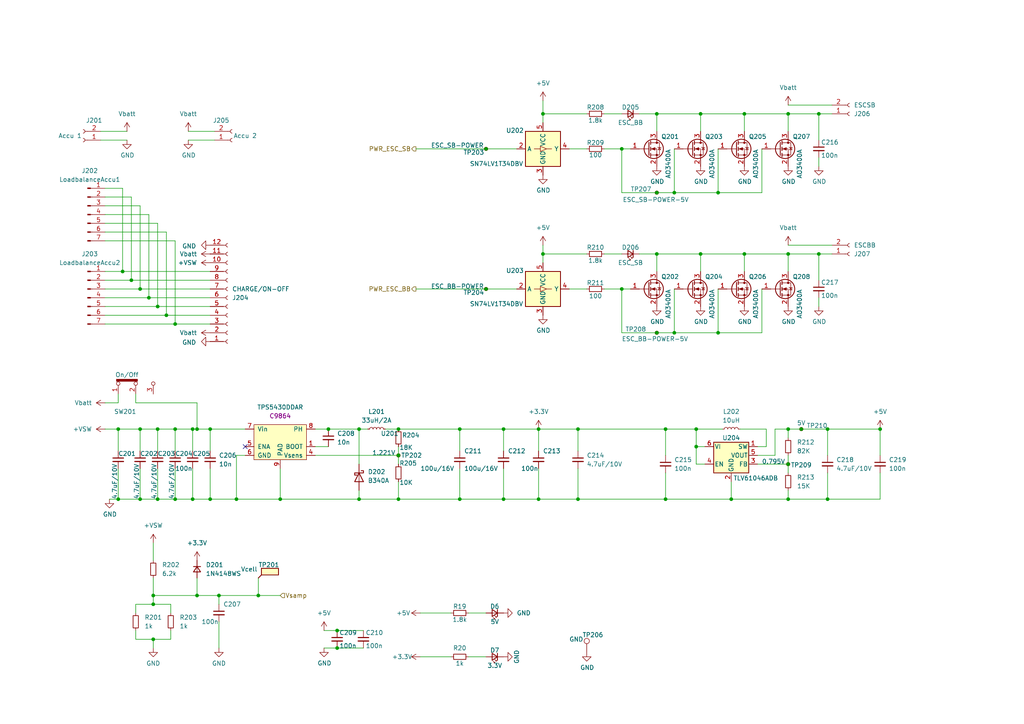
<source format=kicad_sch>
(kicad_sch (version 20231120) (generator "eeschema") (generator_version "8.0")
  (paper "A4")
  (junction (at 97.79 187.96))
  (junction (at 240.03 124.46))
  (junction (at 43.18 86.36))
  (junction (at 38.1 81.28))
  (junction (at 68.58 144.78))
  (junction (at 40.64 144.78))
  (junction (at 95.25 124.46))
  (junction (at 81.28 144.78))
  (junction (at 115.57 144.78))
  (junction (at 146.05 144.78))
  (junction (at 57.15 124.46))
  (junction (at 195.58 96.52))
  (junction (at 157.48 33.02))
  (junction (at 156.21 124.46))
  (junction (at 157.48 73.66))
  (junction (at 167.64 124.46))
  (junction (at 34.29 144.78))
  (junction (at 57.15 172.72))
  (junction (at 104.14 144.78))
  (junction (at 190.5 33.02))
  (junction (at 55.88 124.46))
  (junction (at 74.93 172.72))
  (junction (at 228.6 144.78))
  (junction (at 208.28 96.52))
  (junction (at 140.97 83.82))
  (junction (at 60.96 124.46))
  (junction (at 212.09 144.78))
  (junction (at 228.6 134.62))
  (junction (at 50.8 124.46))
  (junction (at 115.57 124.46))
  (junction (at 104.14 124.46))
  (junction (at 50.8 144.78))
  (junction (at 133.35 124.46))
  (junction (at 50.8 93.98))
  (junction (at 140.97 43.18))
  (junction (at 232.41 124.46))
  (junction (at 146.05 124.46))
  (junction (at 255.27 124.46))
  (junction (at 40.64 124.46))
  (junction (at 180.34 83.82))
  (junction (at 97.79 182.88))
  (junction (at 190.5 96.52))
  (junction (at 195.58 55.88))
  (junction (at 156.21 144.78))
  (junction (at 240.03 144.78))
  (junction (at 45.72 144.78))
  (junction (at 215.9 33.02))
  (junction (at 44.45 172.72))
  (junction (at 228.6 73.66))
  (junction (at 237.49 73.66))
  (junction (at 40.64 83.82))
  (junction (at 44.45 175.26))
  (junction (at 63.5 172.72))
  (junction (at 228.6 124.46))
  (junction (at 237.49 33.02))
  (junction (at 45.72 124.46))
  (junction (at 228.6 33.02))
  (junction (at 208.28 55.88))
  (junction (at 44.45 185.42))
  (junction (at 115.57 132.08))
  (junction (at 193.04 124.46))
  (junction (at 201.93 124.46))
  (junction (at 45.72 88.9))
  (junction (at 203.2 73.66))
  (junction (at 201.93 129.54))
  (junction (at 133.35 144.78))
  (junction (at 203.2 33.02))
  (junction (at 190.5 55.88))
  (junction (at 55.88 144.78))
  (junction (at 48.26 91.44))
  (junction (at 167.64 144.78))
  (junction (at 34.29 124.46))
  (junction (at 35.56 78.74))
  (junction (at 60.96 144.78))
  (junction (at 215.9 73.66))
  (junction (at 193.04 144.78))
  (junction (at 190.5 73.66))
  (junction (at 180.34 43.18))
  (no_connect (at 71.12 129.54))
  (wire (pts (xy 40.64 83.82) (xy 60.96 83.82)))
  (wire (pts (xy 95.25 124.46) (xy 91.44 124.46)))
  (wire (pts (xy 57.15 167.64) (xy 57.15 172.72)))
  (wire (pts (xy 140.97 43.18) (xy 149.86 43.18)))
  (wire (pts (xy 146.05 124.46) (xy 146.05 130.81)))
  (wire (pts (xy 240.03 137.16) (xy 240.03 144.78)))
  (wire (pts (xy 146.05 124.46) (xy 156.21 124.46)))
  (wire (pts (xy 44.45 185.42) (xy 44.45 187.96)))
  (wire (pts (xy 180.34 55.88) (xy 180.34 43.18)))
  (wire (pts (xy 135.89 190.5) (xy 140.97 190.5)))
  (wire (pts (xy 215.9 33.02) (xy 228.6 33.02)))
  (wire (pts (xy 115.57 144.78) (xy 115.57 139.7)))
  (wire (pts (xy 48.26 91.44) (xy 60.96 91.44)))
  (wire (pts (xy 237.49 73.66) (xy 237.49 81.28)))
  (wire (pts (xy 237.49 33.02) (xy 241.3 33.02)))
  (wire (pts (xy 57.15 124.46) (xy 60.96 124.46)))
  (wire (pts (xy 120.65 83.82) (xy 140.97 83.82)))
  (wire (pts (xy 193.04 144.78) (xy 212.09 144.78)))
  (wire (pts (xy 165.1 83.82) (xy 170.18 83.82)))
  (wire (pts (xy 63.5 172.72) (xy 63.5 175.26)))
  (wire (pts (xy 50.8 69.85) (xy 50.8 93.98)))
  (wire (pts (xy 54.61 38.1) (xy 62.23 38.1)))
  (wire (pts (xy 63.5 172.72) (xy 74.93 172.72)))
  (wire (pts (xy 157.48 29.21) (xy 157.48 33.02)))
  (wire (pts (xy 49.53 177.8) (xy 49.53 175.26)))
  (wire (pts (xy 228.6 33.02) (xy 237.49 33.02)))
  (wire (pts (xy 195.58 96.52) (xy 208.28 96.52)))
  (wire (pts (xy 180.34 43.18) (xy 182.88 43.18)))
  (wire (pts (xy 106.68 124.46) (xy 104.14 124.46)))
  (wire (pts (xy 219.71 132.08) (xy 224.79 132.08)))
  (wire (pts (xy 201.93 124.46) (xy 201.93 129.54)))
  (wire (pts (xy 115.57 132.08) (xy 115.57 134.62)))
  (wire (pts (xy 40.64 59.69) (xy 40.64 83.82)))
  (wire (pts (xy 34.29 144.78) (xy 40.64 144.78)))
  (wire (pts (xy 193.04 124.46) (xy 193.04 132.08)))
  (wire (pts (xy 55.88 124.46) (xy 55.88 130.81)))
  (wire (pts (xy 224.79 124.46) (xy 228.6 124.46)))
  (wire (pts (xy 228.6 134.62) (xy 228.6 137.16)))
  (wire (pts (xy 156.21 124.46) (xy 156.21 130.81)))
  (wire (pts (xy 60.96 144.78) (xy 68.58 144.78)))
  (wire (pts (xy 38.1 81.28) (xy 60.96 81.28)))
  (wire (pts (xy 219.71 134.62) (xy 228.6 134.62)))
  (wire (pts (xy 228.6 73.66) (xy 228.6 78.74)))
  (wire (pts (xy 57.15 172.72) (xy 63.5 172.72)))
  (wire (pts (xy 193.04 137.16) (xy 193.04 144.78)))
  (wire (pts (xy 31.75 144.78) (xy 34.29 144.78)))
  (wire (pts (xy 228.6 73.66) (xy 237.49 73.66)))
  (wire (pts (xy 228.6 134.62) (xy 228.6 132.08)))
  (wire (pts (xy 30.48 83.82) (xy 40.64 83.82)))
  (wire (pts (xy 40.64 144.78) (xy 45.72 144.78)))
  (wire (pts (xy 167.64 124.46) (xy 167.64 130.81)))
  (wire (pts (xy 68.58 132.08) (xy 68.58 144.78)))
  (wire (pts (xy 57.15 116.84) (xy 57.15 124.46)))
  (wire (pts (xy 74.93 167.64) (xy 74.93 172.72)))
  (wire (pts (xy 97.79 187.96) (xy 105.41 187.96)))
  (wire (pts (xy 157.48 73.66) (xy 170.18 73.66)))
  (wire (pts (xy 190.5 33.02) (xy 203.2 33.02)))
  (wire (pts (xy 180.34 96.52) (xy 180.34 83.82)))
  (wire (pts (xy 209.55 124.46) (xy 201.93 124.46)))
  (wire (pts (xy 49.53 175.26) (xy 44.45 175.26)))
  (wire (pts (xy 190.5 33.02) (xy 190.5 38.1)))
  (wire (pts (xy 91.44 132.08) (xy 115.57 132.08)))
  (wire (pts (xy 195.58 83.82) (xy 195.58 96.52)))
  (wire (pts (xy 208.28 55.88) (xy 220.98 55.88)))
  (wire (pts (xy 222.25 124.46) (xy 222.25 129.54)))
  (wire (pts (xy 220.98 55.88) (xy 220.98 43.18)))
  (wire (pts (xy 203.2 73.66) (xy 203.2 78.74)))
  (wire (pts (xy 228.6 124.46) (xy 232.41 124.46)))
  (wire (pts (xy 185.42 73.66) (xy 190.5 73.66)))
  (wire (pts (xy 50.8 124.46) (xy 50.8 130.81)))
  (wire (pts (xy 203.2 33.02) (xy 215.9 33.02)))
  (wire (pts (xy 175.26 43.18) (xy 180.34 43.18)))
  (wire (pts (xy 34.29 124.46) (xy 34.29 130.81)))
  (wire (pts (xy 255.27 144.78) (xy 240.03 144.78)))
  (wire (pts (xy 55.88 124.46) (xy 57.15 124.46)))
  (wire (pts (xy 44.45 172.72) (xy 57.15 172.72)))
  (wire (pts (xy 54.61 40.64) (xy 62.23 40.64)))
  (wire (pts (xy 146.05 135.89) (xy 146.05 144.78)))
  (wire (pts (xy 29.21 38.1) (xy 36.83 38.1)))
  (wire (pts (xy 120.65 43.18) (xy 140.97 43.18)))
  (wire (pts (xy 30.48 57.15) (xy 38.1 57.15)))
  (wire (pts (xy 30.48 67.31) (xy 48.26 67.31)))
  (wire (pts (xy 34.29 135.89) (xy 34.29 144.78)))
  (wire (pts (xy 135.89 177.8) (xy 140.97 177.8)))
  (wire (pts (xy 34.29 124.46) (xy 40.64 124.46)))
  (wire (pts (xy 215.9 73.66) (xy 215.9 78.74)))
  (wire (pts (xy 146.05 144.78) (xy 156.21 144.78)))
  (wire (pts (xy 60.96 124.46) (xy 60.96 130.81)))
  (wire (pts (xy 167.64 124.46) (xy 193.04 124.46)))
  (wire (pts (xy 55.88 144.78) (xy 60.96 144.78)))
  (wire (pts (xy 44.45 157.48) (xy 44.45 162.56)))
  (wire (pts (xy 30.48 86.36) (xy 43.18 86.36)))
  (wire (pts (xy 232.41 124.46) (xy 240.03 124.46)))
  (wire (pts (xy 165.1 43.18) (xy 170.18 43.18)))
  (wire (pts (xy 201.93 129.54) (xy 201.93 134.62)))
  (wire (pts (xy 81.28 144.78) (xy 104.14 144.78)))
  (wire (pts (xy 195.58 96.52) (xy 190.5 96.52)))
  (wire (pts (xy 38.1 81.28) (xy 38.1 57.15)))
  (wire (pts (xy 105.41 182.88) (xy 97.79 182.88)))
  (wire (pts (xy 97.79 182.88) (xy 93.98 182.88)))
  (wire (pts (xy 71.12 132.08) (xy 68.58 132.08)))
  (wire (pts (xy 93.98 187.96) (xy 97.79 187.96)))
  (wire (pts (xy 157.48 71.12) (xy 157.48 73.66)))
  (wire (pts (xy 111.76 124.46) (xy 115.57 124.46)))
  (wire (pts (xy 228.6 71.12) (xy 241.3 71.12)))
  (wire (pts (xy 44.45 172.72) (xy 44.45 175.26)))
  (wire (pts (xy 240.03 144.78) (xy 228.6 144.78)))
  (wire (pts (xy 44.45 175.26) (xy 39.37 175.26)))
  (wire (pts (xy 55.88 135.89) (xy 55.88 144.78)))
  (wire (pts (xy 255.27 137.16) (xy 255.27 144.78)))
  (wire (pts (xy 60.96 124.46) (xy 71.12 124.46)))
  (wire (pts (xy 48.26 91.44) (xy 48.26 67.31)))
  (wire (pts (xy 195.58 55.88) (xy 190.5 55.88)))
  (wire (pts (xy 30.48 64.77) (xy 45.72 64.77)))
  (wire (pts (xy 44.45 167.64) (xy 44.45 172.72)))
  (wire (pts (xy 175.26 33.02) (xy 180.34 33.02)))
  (wire (pts (xy 115.57 129.54) (xy 115.57 132.08)))
  (wire (pts (xy 237.49 33.02) (xy 237.49 40.64)))
  (wire (pts (xy 208.28 83.82) (xy 208.28 96.52)))
  (wire (pts (xy 190.5 73.66) (xy 203.2 73.66)))
  (wire (pts (xy 167.64 144.78) (xy 193.04 144.78)))
  (wire (pts (xy 44.45 185.42) (xy 49.53 185.42)))
  (wire (pts (xy 220.98 96.52) (xy 220.98 83.82)))
  (wire (pts (xy 222.25 129.54) (xy 219.71 129.54)))
  (wire (pts (xy 39.37 182.88) (xy 39.37 185.42)))
  (wire (pts (xy 157.48 73.66) (xy 157.48 76.2)))
  (wire (pts (xy 45.72 124.46) (xy 45.72 130.81)))
  (wire (pts (xy 30.48 116.84) (xy 34.29 116.84)))
  (wire (pts (xy 193.04 124.46) (xy 201.93 124.46)))
  (wire (pts (xy 30.48 124.46) (xy 34.29 124.46)))
  (wire (pts (xy 30.48 88.9) (xy 45.72 88.9)))
  (wire (pts (xy 214.63 124.46) (xy 222.25 124.46)))
  (wire (pts (xy 121.92 177.8) (xy 130.81 177.8)))
  (wire (pts (xy 185.42 33.02) (xy 190.5 33.02)))
  (wire (pts (xy 237.49 45.72) (xy 237.49 48.26)))
  (wire (pts (xy 63.5 180.34) (xy 63.5 187.96)))
  (wire (pts (xy 50.8 124.46) (xy 55.88 124.46)))
  (wire (pts (xy 228.6 30.48) (xy 241.3 30.48)))
  (wire (pts (xy 39.37 116.84) (xy 57.15 116.84)))
  (wire (pts (xy 45.72 88.9) (xy 60.96 88.9)))
  (wire (pts (xy 157.48 33.02) (xy 157.48 35.56)))
  (wire (pts (xy 190.5 73.66) (xy 190.5 78.74)))
  (wire (pts (xy 35.56 78.74) (xy 60.96 78.74)))
  (wire (pts (xy 36.83 40.64) (xy 29.21 40.64)))
  (wire (pts (xy 39.37 175.26) (xy 39.37 177.8)))
  (wire (pts (xy 180.34 83.82) (xy 182.88 83.82)))
  (wire (pts (xy 175.26 83.82) (xy 180.34 83.82)))
  (wire (pts (xy 50.8 93.98) (xy 60.96 93.98)))
  (wire (pts (xy 215.9 33.02) (xy 215.9 38.1)))
  (wire (pts (xy 68.58 144.78) (xy 81.28 144.78)))
  (wire (pts (xy 30.48 69.85) (xy 50.8 69.85)))
  (wire (pts (xy 30.48 93.98) (xy 50.8 93.98)))
  (wire (pts (xy 228.6 144.78) (xy 212.09 144.78)))
  (wire (pts (xy 35.56 78.74) (xy 30.48 78.74)))
  (wire (pts (xy 156.21 144.78) (xy 156.21 135.89)))
  (wire (pts (xy 175.26 73.66) (xy 180.34 73.66)))
  (wire (pts (xy 157.48 33.02) (xy 170.18 33.02)))
  (wire (pts (xy 104.14 144.78) (xy 115.57 144.78)))
  (wire (pts (xy 34.29 114.3) (xy 34.29 116.84)))
  (wire (pts (xy 121.92 190.5) (xy 130.81 190.5)))
  (wire (pts (xy 115.57 144.78) (xy 133.35 144.78)))
  (wire (pts (xy 30.48 59.69) (xy 40.64 59.69)))
  (wire (pts (xy 50.8 135.89) (xy 50.8 144.78)))
  (wire (pts (xy 44.45 185.42) (xy 39.37 185.42)))
  (wire (pts (xy 91.44 129.54) (xy 95.25 129.54)))
  (wire (pts (xy 30.48 54.61) (xy 35.56 54.61)))
  (wire (pts (xy 45.72 124.46) (xy 50.8 124.46)))
  (wire (pts (xy 224.79 132.08) (xy 224.79 124.46)))
  (wire (pts (xy 133.35 144.78) (xy 146.05 144.78)))
  (wire (pts (xy 74.93 172.72) (xy 81.28 172.72)))
  (wire (pts (xy 60.96 135.89) (xy 60.96 144.78)))
  (wire (pts (xy 40.64 135.89) (xy 40.64 144.78)))
  (wire (pts (xy 40.64 124.46) (xy 40.64 130.81)))
  (wire (pts (xy 190.5 96.52) (xy 180.34 96.52)))
  (wire (pts (xy 255.27 124.46) (xy 240.03 124.46)))
  (wire (pts (xy 30.48 91.44) (xy 48.26 91.44)))
  (wire (pts (xy 228.6 142.24) (xy 228.6 144.78)))
  (wire (pts (xy 45.72 144.78) (xy 50.8 144.78)))
  (wire (pts (xy 81.28 135.89) (xy 81.28 144.78)))
  (wire (pts (xy 212.09 144.78) (xy 212.09 139.7)))
  (wire (pts (xy 43.18 62.23) (xy 43.18 86.36)))
  (wire (pts (xy 237.49 73.66) (xy 241.3 73.66)))
  (wire (pts (xy 255.27 124.46) (xy 255.27 132.08)))
  (wire (pts (xy 104.14 134.62) (xy 104.14 124.46)))
  (wire (pts (xy 50.8 144.78) (xy 55.88 144.78)))
  (wire (pts (xy 203.2 73.66) (xy 215.9 73.66)))
  (wire (pts (xy 195.58 43.18) (xy 195.58 55.88)))
  (wire (pts (xy 30.48 81.28) (xy 38.1 81.28)))
  (wire (pts (xy 237.49 86.36) (xy 237.49 88.9)))
  (wire (pts (xy 133.35 135.89) (xy 133.35 144.78)))
  (wire (pts (xy 215.9 73.66) (xy 228.6 73.66)))
  (wire (pts (xy 195.58 55.88) (xy 208.28 55.88)))
  (wire (pts (xy 208.28 43.18) (xy 208.28 55.88)))
  (wire (pts (xy 30.48 62.23) (xy 43.18 62.23)))
  (wire (pts (xy 115.57 124.46) (xy 133.35 124.46)))
  (wire (pts (xy 201.93 129.54) (xy 204.47 129.54)))
  (wire (pts (xy 228.6 124.46) (xy 228.6 127)))
  (wire (pts (xy 104.14 142.24) (xy 104.14 144.78)))
  (wire (pts (xy 140.97 83.82) (xy 149.86 83.82)))
  (wire (pts (xy 45.72 64.77) (xy 45.72 88.9)))
  (wire (pts (xy 228.6 33.02) (xy 228.6 38.1)))
  (wire (pts (xy 39.37 114.3) (xy 39.37 116.84)))
  (wire (pts (xy 156.21 144.78) (xy 167.64 144.78)))
  (wire (pts (xy 45.72 135.89) (xy 45.72 144.78)))
  (wire (pts (xy 167.64 135.89) (xy 167.64 144.78)))
  (wire (pts (xy 40.64 124.46) (xy 45.72 124.46)))
  (wire (pts (xy 104.14 124.46) (xy 95.25 124.46)))
  (wire (pts (xy 203.2 33.02) (xy 203.2 38.1)))
  (wire (pts (xy 156.21 124.46) (xy 167.64 124.46)))
  (wire (pts (xy 133.35 124.46) (xy 146.05 124.46)))
  (wire (pts (xy 208.28 96.52) (xy 220.98 96.52)))
  (wire (pts (xy 190.5 55.88) (xy 180.34 55.88)))
  (wire (pts (xy 35.56 54.61) (xy 35.56 78.74)))
  (wire (pts (xy 204.47 134.62) (xy 201.93 134.62)))
  (wire (pts (xy 240.03 132.08) (xy 240.03 124.46)))
  (wire (pts (xy 49.53 182.88) (xy 49.53 185.42)))
  (wire (pts (xy 43.18 86.36) (xy 60.96 86.36)))
  (wire (pts (xy 133.35 124.46) (xy 133.35 130.81)))
  (hierarchical_label "PWR_ESC_SB" (shape output) (at 120.65 43.18 180))
  (hierarchical_label "PWR_ESC_BB" (shape output) (at 120.65 83.82 180))
  (hierarchical_label "Vsamp" (shape input) (at 81.28 172.72 0))
  (symbol (lib_id "Connector:TestPoint_Small") (at 190.5 96.52 0) (unit 1) (in_bom no)
    (property "Reference" "TP208" (at 181.356 95.504 0) (effects (justify left)))
    (property "Value" "ESC_BB-POWER-5V" (at 180.34 98.298 0) (effects (justify left)))
    (property "Footprint" "A_Pads_Pins:Testpad_1" (effects (hide yes)))
    (property "Description" "test point" (effects (hide yes)))
  )
  (symbol (lib_id "power:+5V") (at 157.48 29.21 0) (mirror y) (unit 1)
    (property "Reference" "#PWR0222" (effects (hide yes)))
    (property "Value" "+5V" (at 157.48 24.13 0))
  )
  (symbol (lib_id "Device:C_Small") (at 50.8 133.35 0) (unit 1)
    (property "Reference" "C204" (at 50.8 131.572 0) (effects (justify left)))
    (property "Value" "4.7uF/10V" (at 49.784 144.78 90) (effects (justify left)))
    (property "Footprint" "A_Device:C_1206_(1.6)" (effects (hide yes)))
    (property "Description" "Unpolarized capacitor, small symbol" (effects (hide yes)))
    (property "LCSC" "C29823" (effects (hide yes)))
  )
  (symbol (lib_id "power:GND") (at 237.49 48.26 0) (unit 1)
    (property "Reference" "#PWR0238" (effects (hide yes)))
    (property "Value" "GND" (at 237.617 52.6542 0))
  )
  (symbol (lib_id "Device:C_Small") (at 156.21 133.35 0) (unit 1)
    (property "Reference" "C213" (at 157.48 130.81 0) (effects (justify left)))
    (property "Value" "100n" (at 151.13 135.89 0) (effects (justify left)))
    (property "Footprint" "A_Device:C_0603" (effects (hide yes)))
    (property "LCSC" "C14663" (effects (hide yes)))
  )
  (symbol (lib_id "Connector:Conn_01x02_Socket") (at 246.38 73.66 0) (mirror x) (unit 1)
    (property "Reference" "J207" (at 247.65 73.6601 0) (effects (justify left)))
    (property "Value" "ESCBB" (at 247.65 71.1201 0) (effects (justify left)))
    (property "Footprint" "A_Connector:AMASS_XT60-F_1x02_P7.20mm_Vertical" (effects (hide yes)))
    (property "Description" "Generic connector, single row, 01x02, script generated" (effects (hide yes)))
    (property "LCSC" "C98734" (effects (hide yes)))
  )
  (symbol (lib_id "Logic_LevelTranslator:SN74LV1T34DBV") (at 157.48 83.82 0) (unit 1)
    (property "Reference" "U203" (at 149.352 78.486 0))
    (property "Value" "SN74LV1T34DBV" (at 144.018 88.138 0))
    (property "Footprint" "Package_TO_SOT_SMD:SOT-23-5" (effects (hide yes)))
    (property "Datasheet" "https://www.ti.com/lit/ds/symlink/sn74lv1t34.pdf" (effects (hide yes)))
    (property "Description" "Single Power Supply, Single Buffer GATE, CMOS Logic, Level Shifter, SOT-23-5" (effects (hide yes)))
    (property "LCSC" "C100024" (effects (hide yes)))
  )
  (symbol (lib_id "Device:R_Small") (at 115.57 137.16 0) (unit 1)
    (property "Reference" "R205" (at 115.824 134.366 0) (effects (justify left)))
    (property "Value" "10K" (at 115.824 139.954 0) (effects (justify left)))
    (property "Footprint" "A_Device:R_0603" (effects (hide yes)))
    (property "Description" "Resistor, small symbol" (effects (hide yes)))
    (property "LCSC" "C25804" (effects (hide yes)))
  )
  (symbol (lib_id "Transistor_FET:2N7002") (at 187.96 43.18 0) (unit 1)
    (property "Reference" "Q201" (at 191.77 39.624 0) (effects (justify left)))
    (property "Value" "AO3400A" (at 193.802 51.816 90) (effects (justify left)))
    (property "Footprint" "Package_TO_SOT_SMD:SOT-23" (effects (hide yes)))
    (property "Datasheet" "https://wmsc.lcsc.com/wmsc/upload/file/pdf/v2/lcsc/1811081213_Alpha---Omega-Semicon-AO3400A_C20917.pdf" (effects (hide yes)))
    (property "Description" "5.7A Id, 30V Vds, N-Channel MOSFET, SOT-23" (effects (hide yes)))
    (property "LCSC" "C20917" (effects (hide yes)))
  )
  (symbol (lib_id "Device:D_Schottky") (at 104.14 138.43 270) (unit 1)
    (property "Reference" "D202" (at 106.68 136.8424 90) (effects (justify left)))
    (property "Value" "B340A" (at 106.68 139.3824 90) (effects (justify left)))
    (property "Footprint" "Diode_SMD:D_SMA" (effects (hide yes)))
    (property "Description" "Schottky diode" (effects (hide yes)))
    (property "LCSC" "C85098" (effects (hide yes)))
  )
  (symbol (lib_id "Transistor_FET:2N7002") (at 226.06 83.82 0) (unit 1)
    (property "Reference" "Q208" (at 229.87 80.264 0) (effects (justify left)))
    (property "Value" "AO3400A" (at 231.902 92.456 90) (effects (justify left)))
    (property "Footprint" "Package_TO_SOT_SMD:SOT-23" (effects (hide yes)))
    (property "Datasheet" "https://wmsc.lcsc.com/wmsc/upload/file/pdf/v2/lcsc/1811081213_Alpha---Omega-Semicon-AO3400A_C20917.pdf" (effects (hide yes)))
    (property "Description" "5.7A Id, 30V Vds, N-Channel MOSFET, SOT-23" (effects (hide yes)))
    (property "LCSC" "C20917" (effects (hide yes)))
  )
  (symbol (lib_id "power:GND") (at 60.96 99.06 270) (unit 1)
    (property "Reference" "#PWR0209" (effects (hide yes)))
    (property "Value" "GND" (at 54.864 99.314 90))
  )
  (symbol (lib_id "Device:C_Small") (at 133.35 133.35 0) (unit 1)
    (property "Reference" "C211" (at 134.62 130.81 0) (effects (justify left)))
    (property "Value" "100u/16V" (at 121.92 135.89 0) (effects (justify left)))
    (property "Footprint" "Capacitor_SMD:C_1210_3225Metric" (effects (hide yes)))
    (property "LCSC" "C90143" (effects (hide yes)))
  )
  (symbol (lib_id "power:+3.3V") (at 121.92 190.5 90) (unit 1)
    (property "Reference" "#PWR020" (effects (hide yes)))
    (property "Value" "+3.3V" (at 113.665 190.5 90) (effects (justify right)))
    (instances (project "NIKOLA-02-E-001_PCAScannerController_R1" (path "" (reference "#PWR020") (unit 1))) (project "Robuoy-Sub" (path "" (reference "#PWR0218") (unit 1))))
  )
  (symbol (lib_id "Device:C_Small") (at 167.64 133.35 0) (unit 1)
    (property "Reference" "C214" (at 170.18 132.0862 0) (effects (justify left)))
    (property "Value" "4.7uF/10V" (at 170.18 134.6262 0) (effects (justify left)))
    (property "Footprint" "A_Device:C_1206_(1.6)" (effects (hide yes)))
    (property "Description" "Unpolarized capacitor, small symbol" (effects (hide yes)))
    (property "LCSC" "C29823" (effects (hide yes)))
  )
  (symbol (lib_id "power:GND") (at 228.6 88.9 0) (unit 1)
    (property "Reference" "#PWR0237" (effects (hide yes)))
    (property "Value" "GND" (at 228.727 93.2942 0))
  )
  (symbol (lib_id "Device:C_Small") (at 237.49 43.18 0) (unit 1)
    (property "Reference" "C216" (at 238.125 41.275 0) (effects (justify left)))
    (property "Value" "100n" (at 238.125 45.085 0) (effects (justify left)))
    (property "Footprint" "A_Device:C_0603" (effects (hide yes)))
    (property "LCSC" "C14663" (effects (hide yes)))
  )
  (symbol (lib_id "power:GND") (at 237.49 88.9 0) (unit 1)
    (property "Reference" "#PWR0239" (effects (hide yes)))
    (property "Value" "GND" (at 237.617 93.2942 0))
  )
  (symbol (lib_id "Connector:TestPoint_Small") (at 190.5 55.88 0) (unit 1) (in_bom no)
    (property "Reference" "TP207" (at 182.88 54.864 0) (effects (justify left)))
    (property "Value" "ESC_SB-POWER-5V" (at 180.594 57.912 0) (effects (justify left)))
    (property "Footprint" "A_Pads_Pins:Testpad_1" (effects (hide yes)))
    (property "Description" "test point" (effects (hide yes)))
  )
  (symbol (lib_id "Device:LED_Small") (at 182.88 73.66 180) (unit 1)
    (property "Reference" "D206" (at 182.88 71.755 0))
    (property "Value" "ESC_SB" (at 182.88 76.2 0))
    (property "Footprint" "A_Passive:LED_0805" (effects (hide yes)))
    (property "Datasheet" "https://datasheet.lcsc.com/szlcsc/Hubei-KENTO-Elec-KT-0603R_C2286.pdf" (effects (hide yes)))
    (property "LCSC" "C2297" (effects (hide yes)))
  )
  (symbol (lib_id "power:GND") (at 63.5 187.96 0) (unit 1)
    (property "Reference" "#PWR0214" (effects (hide yes)))
    (property "Value" "GND" (at 63.5 192.405 0))
  )
  (symbol (lib_id "Connector:TestPoint_Small") (at 140.97 43.18 0) (unit 1) (in_bom no)
    (property "Reference" "TP203" (at 134.366 44.196 0) (effects (justify left)))
    (property "Value" "ESC_SB-POWER" (at 124.968 42.164 0) (effects (justify left)))
    (property "Footprint" "A_Pads_Pins:Testpad_1" (effects (hide yes)))
    (property "Description" "test point" (effects (hide yes)))
  )
  (symbol (lib_id "power:+VSW") (at 60.96 76.2 90) (unit 1)
    (property "Reference" "#PWR0208" (effects (hide yes)))
    (property "Value" "+VSW" (at 57.15 76.1999 90) (effects (justify left)))
    (property "Description" "Power symbol creates a global label with name \"+VSW\"" (effects (hide yes)))
  )
  (symbol (lib_id "power:GND") (at 203.2 48.26 0) (unit 1)
    (property "Reference" "#PWR0230" (effects (hide yes)))
    (property "Value" "GND" (at 203.327 52.6542 0))
  )
  (symbol (lib_id "power:+VSW") (at 30.48 124.46 90) (unit 1)
    (property "Reference" "#PWR0202" (effects (hide yes)))
    (property "Value" "+VSW" (at 26.67 124.4599 90) (effects (justify left)))
    (property "Description" "Power symbol creates a global label with name \"+VSW\"" (effects (hide yes)))
  )
  (symbol (lib_id "power:GND") (at 228.6 48.26 0) (unit 1)
    (property "Reference" "#PWR0235" (effects (hide yes)))
    (property "Value" "GND" (at 228.727 52.6542 0))
  )
  (symbol (lib_id "Device:C_Small") (at 105.41 185.42 0) (unit 1)
    (property "Reference" "C210" (at 106.045 183.515 0) (effects (justify left)))
    (property "Value" "100n" (at 106.045 187.325 0) (effects (justify left)))
    (property "Footprint" "A_Device:C_0603" (effects (hide yes)))
    (property "LCSC" "C14663" (effects (hide yes)))
  )
  (symbol (lib_id "power:GND") (at 93.98 187.96 0) (unit 1)
    (property "Reference" "#PWR0216" (effects (hide yes)))
    (property "Value" "GND" (at 94.107 192.3542 0))
  )
  (symbol (lib_id "Connector:Conn_01x02_Socket") (at 67.31 40.64 0) (mirror x) (unit 1)
    (property "Reference" "J205" (at 64.135 34.925 0))
    (property "Value" "Accu 2" (at 71.12 39.37 0))
    (property "Footprint" "A_Connector:AMASS_XT60-M_1x02_P7.20mm_Vertical" (effects (hide yes)))
    (property "Datasheet" "chrome-extension://efaidnbmnnnibpcajpcglclefindmkaj/https://datasheet.lcsc.com/lcsc/1810251322_Changzhou-Amass-Elec-XT60-F_C98734.pdf" (effects (hide yes)))
    (property "LCSC" "C98733" (effects (hide yes)))
    (property "Type" " XT60" (effects (hide yes)))
  )
  (symbol (lib_id "Device:R_Small") (at 49.53 180.34 0) (unit 1)
    (property "Reference" "R203" (at 52.07 179.07 0) (effects (justify left)))
    (property "Value" "1k" (at 52.07 181.61 0) (effects (justify left)))
    (property "Footprint" "A_Device:R_0603" (effects (hide yes)))
    (property "LCSC" "C21190" (effects (hide yes)))
  )
  (symbol (lib_id "Device:R_Small") (at 115.57 127 0) (unit 1)
    (property "Reference" "R204" (at 116.586 126.238 0) (effects (justify left)))
    (property "Value" "18K" (at 115.824 129.794 0) (effects (justify left)))
    (property "Footprint" "A_Device:R_0603" (effects (hide yes)))
    (property "Description" "Resistor, small symbol" (effects (hide yes)))
    (property "LCSC" "C25810" (effects (hide yes)))
  )
  (symbol (lib_id "power:GND") (at 190.5 88.9 0) (unit 1)
    (property "Reference" "#PWR0229" (effects (hide yes)))
    (property "Value" "GND" (at 190.627 93.2942 0))
  )
  (symbol (lib_name "+5V_1") (lib_id "power:+5V") (at 255.27 124.46 0) (unit 1)
    (property "Reference" "#PWR0240" (effects (hide yes)))
    (property "Value" "+5V" (at 255.27 119.38 0))
    (property "Description" "Power symbol creates a global label with name \"+5V\"" (effects (hide yes)))
  )
  (symbol (lib_id "NicE:TPS5430DDAR") (at 81.28 128.27 0) (unit 1)
    (property "Reference" "U201" (at 113.03 125.73 0))
    (property "Value" "TPS5430DDAR" (at 81.28 118.11 0))
    (property "Footprint" "Package_SO:HTSOP-8-1EP_3.9x4.9mm_P1.27mm_EP2.4x3.2mm_ThermalVias" (effects (hide yes)))
    (property "Datasheet" "https://datasheet.lcsc.com/szlcsc/Texas-Instruments-TI-TPS5430DDAR_C9864.pdf" (effects (hide yes)))
    (property "Description" "Wide range step down converter 5.5V tot 36V" (effects (hide yes)))
    (property "LCSC" "C9864" (at 81.28 120.65 0))
  )
  (symbol (lib_id "power:GND") (at 36.83 40.64 0) (unit 1)
    (property "Reference" "#PWR0205" (effects (hide yes)))
    (property "Value" "GND" (at 36.957 45.0342 0))
  )
  (symbol (lib_id "power:GND") (at 146.05 190.5 90) (unit 1)
    (property "Reference" "#PWR024" (effects (hide yes)))
    (property "Value" "GND" (at 149.86 190.5 0))
    (instances (project "NIKOLA-02-E-001_PCAScannerController_R1" (path "" (reference "#PWR024") (unit 1))) (project "Robuoy-Sub" (path "" (reference "#PWR0220") (unit 1))))
  )
  (symbol (lib_id "Device:R_Small") (at 172.72 43.18 270) (unit 1)
    (property "Reference" "R209" (at 172.72 41.402 90))
    (property "Value" "100" (at 172.72 44.958 90))
    (property "Footprint" "A_Device:R_0603" (effects (hide yes)))
    (property "Description" "Resistor, small symbol" (effects (hide yes)))
    (property "LCSC" "C22775" (effects (hide yes)))
  )
  (symbol (lib_id "Connector:Conn_01x07_Pin") (at 25.4 86.36 0) (unit 1)
    (property "Reference" "J203" (at 26.035 73.66 0))
    (property "Value" "LoadbalanceAccu2" (at 26.035 76.2 0))
    (property "Footprint" "Connector_JST:JST_XH_B7B-XH-A_1x07_P2.50mm_Vertical" (effects (hide yes)))
    (property "Description" "Generic connector, single row, 01x07, script generated" (effects (hide yes)))
    (property "LCSC" "C5341206" (effects (hide yes)))
  )
  (symbol (lib_name "+3.3V_1") (lib_id "power:+3.3V") (at 228.6 71.12 0) (unit 1)
    (property "Reference" "#PWR0236" (effects (hide yes)))
    (property "Value" "Vbatt" (at 228.6 66.04 0))
    (property "Description" "Power symbol creates a global label with name \"+3.3V\"" (effects (hide yes)))
  )
  (symbol (lib_id "power:GND") (at 31.75 144.78 0) (unit 1)
    (property "Reference" "#PWR0203" (effects (hide yes)))
    (property "Value" "GND" (at 31.877 149.1742 0))
  )
  (symbol (lib_id "Regulator_Switching:TLV61046ADB") (at 212.09 134.62 0) (unit 1)
    (property "Reference" "U204" (at 212.09 127 0))
    (property "Value" "TLV61046ADB" (at 219.202 138.684 0))
    (property "Footprint" "Package_TO_SOT_SMD:SOT-23-6" (effects (hide yes)))
    (property "Datasheet" "http://www.ti.com/lit/ds/symlink/tlv61046a.pdf" (effects (hide yes)))
    (property "Description" "28-V Output Voltage Boost Converter with Power Diode and Isolation Switch, SOT-23-6" (effects (hide yes)))
    (property "LCSC" "C464815" (effects (hide yes)))
  )
  (symbol (lib_id "Device:C_Small") (at 237.49 83.82 0) (unit 1)
    (property "Reference" "C217" (at 238.125 81.915 0) (effects (justify left)))
    (property "Value" "100n" (at 238.125 85.725 0) (effects (justify left)))
    (property "Footprint" "A_Device:C_0603" (effects (hide yes)))
    (property "LCSC" "C14663" (effects (hide yes)))
  )
  (symbol (lib_id "NicE:SW_slide_SP") (at 39.37 111.76 90) (unit 1)
    (property "Reference" "SW201" (at 36.322 119.38 90))
    (property "Value" "On/Off" (at 36.83 108.712 90))
    (property "Footprint" "A_Connector:SS-12D10L5" (effects (hide yes)))
    (property "LCSC" "C319012" (effects (hide yes)))
  )
  (symbol (lib_name "+3.3V_1") (lib_id "power:+3.3V") (at 36.83 38.1 0) (unit 1)
    (property "Reference" "#PWR0204" (effects (hide yes)))
    (property "Value" "Vbatt" (at 36.83 33.02 0))
    (property "Description" "Power symbol creates a global label with name \"+3.3V\"" (effects (hide yes)))
  )
  (symbol (lib_id "Device:C_Small") (at 60.96 133.35 0) (unit 1)
    (property "Reference" "C206" (at 63.5 132.0862 0) (effects (justify left)))
    (property "Value" "10n" (at 63.5 134.6262 0) (effects (justify left)))
    (property "Footprint" "A_Device:C_0603" (effects (hide yes)))
    (property "Description" "Unpolarized capacitor, small symbol" (effects (hide yes)))
    (property "LCSC" "C57112" (effects (hide yes)))
  )
  (symbol (lib_id "Device:LED_Small") (at 143.51 177.8 180) (unit 1)
    (property "Reference" "D6" (at 143.51 175.895 0))
    (property "Value" "5V" (at 143.51 180.34 0))
    (property "Footprint" "A_Passive:LED_0805" (effects (hide yes)))
    (property "Datasheet" "https://datasheet.lcsc.com/szlcsc/Hubei-KENTO-Elec-KT-0603R_C2286.pdf" (effects (hide yes)))
    (property "LCSC" "C2297" (effects (hide yes)))
    (instances (project "NIKOLA-02-E-001_PCAScannerController_R1" (path "" (reference "D6") (unit 1))) (project "Robuoy-Sub" (path "" (reference "D203") (unit 1))))
  )
  (symbol (lib_id "power:+5V") (at 93.98 182.88 0) (mirror y) (unit 1)
    (property "Reference" "#PWR0215" (effects (hide yes)))
    (property "Value" "+5V" (at 93.98 177.8 0))
  )
  (symbol (lib_id "Device:R_Small") (at 44.45 165.1 0) (unit 1)
    (property "Reference" "R202" (at 46.99 163.83 0) (effects (justify left)))
    (property "Value" "6.2k" (at 46.99 166.37 0) (effects (justify left)))
    (property "Footprint" "A_Device:R_0603" (effects (hide yes)))
    (property "LCSC" "C25804" (effects (hide yes)))
  )
  (symbol (lib_id "Device:R_Small") (at 172.72 33.02 90) (unit 1)
    (property "Reference" "R208" (at 172.72 31.115 90))
    (property "Value" "1.8k" (at 172.72 34.925 90))
    (property "Footprint" "A_Device:R_0603" (effects (hide yes)))
    (property "LCSC" "C4177" (effects (hide yes)))
  )
  (symbol (lib_name "+3.3V_1") (lib_id "power:+3.3V") (at 54.61 38.1 0) (unit 1)
    (property "Reference" "#PWR0211" (effects (hide yes)))
    (property "Value" "Vbatt" (at 54.61 33.02 0))
    (property "Description" "Power symbol creates a global label with name \"+3.3V\"" (effects (hide yes)))
  )
  (symbol (lib_id "power:GND") (at 190.5 48.26 0) (unit 1)
    (property "Reference" "#PWR0228" (effects (hide yes)))
    (property "Value" "GND" (at 190.627 52.6542 0))
  )
  (symbol (lib_id "Device:C_Small") (at 146.05 133.35 0) (unit 1)
    (property "Reference" "C212" (at 147.32 130.81 0) (effects (justify left)))
    (property "Value" "100u/16V" (at 134.62 135.89 0) (effects (justify left)))
    (property "Footprint" "Capacitor_SMD:C_1210_3225Metric" (effects (hide yes)))
    (property "LCSC" "C90143" (effects (hide yes)))
  )
  (symbol (lib_name "+3.3V_1") (lib_id "power:+3.3V") (at 156.21 124.46 0) (unit 1)
    (property "Reference" "#PWR0221" (effects (hide yes)))
    (property "Value" "+3.3V" (at 156.21 119.38 0))
    (property "Description" "Power symbol creates a global label with name \"+3.3V\"" (effects (hide yes)))
  )
  (symbol (lib_id "Device:LED_Small") (at 182.88 33.02 180) (unit 1)
    (property "Reference" "D205" (at 182.88 31.115 0))
    (property "Value" "ESC_BB" (at 182.88 35.56 0))
    (property "Footprint" "A_Passive:LED_0805" (effects (hide yes)))
    (property "Datasheet" "https://datasheet.lcsc.com/szlcsc/Hubei-KENTO-Elec-KT-0603R_C2286.pdf" (effects (hide yes)))
    (property "LCSC" "C2297" (effects (hide yes)))
  )
  (symbol (lib_id "Device:R_Small") (at 39.37 180.34 0) (unit 1)
    (property "Reference" "R201" (at 41.91 179.07 0) (effects (justify left)))
    (property "Value" "1k" (at 41.91 181.61 0) (effects (justify left)))
    (property "Footprint" "A_Device:R_0603" (effects (hide yes)))
    (property "LCSC" "C21190" (effects (hide yes)))
  )
  (symbol (lib_id "power:GND") (at 215.9 88.9 0) (unit 1)
    (property "Reference" "#PWR0233" (effects (hide yes)))
    (property "Value" "GND" (at 216.027 93.2942 0))
  )
  (symbol (lib_id "Device:R_Small") (at 133.35 190.5 270) (unit 1)
    (property "Reference" "R20" (at 133.35 187.96 90))
    (property "Value" "1k" (at 133.35 192.405 90))
    (property "Footprint" "A_Device:R_0603" (effects (hide yes)))
    (property "LCSC" "C21190" (effects (hide yes)))
    (instances (project "NIKOLA-02-E-001_PCAScannerController_R1" (path "" (reference "R20") (unit 1))) (project "Robuoy-Sub" (path "" (reference "R207") (unit 1))))
  )
  (symbol (lib_id "Transistor_FET:2N7002") (at 200.66 43.18 0) (unit 1)
    (property "Reference" "Q203" (at 204.47 39.624 0) (effects (justify left)))
    (property "Value" "AO3400A" (at 206.502 51.816 90) (effects (justify left)))
    (property "Footprint" "Package_TO_SOT_SMD:SOT-23" (effects (hide yes)))
    (property "Datasheet" "https://wmsc.lcsc.com/wmsc/upload/file/pdf/v2/lcsc/1811081213_Alpha---Omega-Semicon-AO3400A_C20917.pdf" (effects (hide yes)))
    (property "Description" "5.7A Id, 30V Vds, N-Channel MOSFET, SOT-23" (effects (hide yes)))
    (property "LCSC" "C20917" (effects (hide yes)))
  )
  (symbol (lib_id "power:GND") (at 170.18 189.23 0) (unit 1)
    (property "Reference" "#PWR07" (effects (hide yes)))
    (property "Value" "GND" (at 170.307 193.6242 0))
    (instances (project "Smartbox4.0_V1.3" (path "" (reference "#PWR07") (unit 1))) (project "Robuoy-Sub" (path "" (reference "#PWR0227") (unit 1))))
  )
  (symbol (lib_id "Device:C_Small") (at 193.04 134.62 0) (unit 1)
    (property "Reference" "C215" (at 195.58 133.3562 0) (effects (justify left)))
    (property "Value" "100n" (at 195.58 135.8962 0) (effects (justify left)))
    (property "Footprint" "A_Device:C_0603" (effects (hide yes)))
    (property "Description" "Unpolarized capacitor, small symbol" (effects (hide yes)))
    (property "LCSC" "C14663" (effects (hide yes)))
  )
  (symbol (lib_id "Transistor_FET:2N7002") (at 213.36 43.18 0) (unit 1)
    (property "Reference" "Q205" (at 217.17 39.624 0) (effects (justify left)))
    (property "Value" "AO3400A" (at 219.202 51.816 90) (effects (justify left)))
    (property "Footprint" "Package_TO_SOT_SMD:SOT-23" (effects (hide yes)))
    (property "Datasheet" "https://wmsc.lcsc.com/wmsc/upload/file/pdf/v2/lcsc/1811081213_Alpha---Omega-Semicon-AO3400A_C20917.pdf" (effects (hide yes)))
    (property "Description" "5.7A Id, 30V Vds, N-Channel MOSFET, SOT-23" (effects (hide yes)))
    (property "LCSC" "C20917" (effects (hide yes)))
  )
  (symbol (lib_id "Transistor_FET:2N7002") (at 200.66 83.82 0) (unit 1)
    (property "Reference" "Q204" (at 204.47 80.264 0) (effects (justify left)))
    (property "Value" "AO3400A" (at 206.502 92.456 90) (effects (justify left)))
    (property "Footprint" "Package_TO_SOT_SMD:SOT-23" (effects (hide yes)))
    (property "Datasheet" "https://wmsc.lcsc.com/wmsc/upload/file/pdf/v2/lcsc/1811081213_Alpha---Omega-Semicon-AO3400A_C20917.pdf" (effects (hide yes)))
    (property "Description" "5.7A Id, 30V Vds, N-Channel MOSFET, SOT-23" (effects (hide yes)))
    (property "LCSC" "C20917" (effects (hide yes)))
  )
  (symbol (lib_id "power:+VSW") (at 44.45 157.48 0) (unit 1)
    (property "Reference" "#PWR0206" (effects (hide yes)))
    (property "Value" "+VSW" (at 44.45 152.4 0))
    (property "Description" "Power symbol creates a global label with name \"+VSW\"" (effects (hide yes)))
  )
  (symbol (lib_id "Device:R_Small") (at 133.35 177.8 90) (unit 1)
    (property "Reference" "R19" (at 133.35 175.895 90))
    (property "Value" "1.8k" (at 133.35 179.705 90))
    (property "Footprint" "A_Device:R_0603" (effects (hide yes)))
    (instances (project "NIKOLA-02-E-001_PCAScannerController_R1" (path "" (reference "R19") (unit 1))) (project "Robuoy-Sub" (path "" (reference "R206") (unit 1))))
  )
  (symbol (lib_id "power:+3.3V") (at 57.15 162.56 0) (unit 1)
    (property "Reference" "#PWR0213" (effects (hide yes)))
    (property "Value" "+3.3V" (at 57.15 157.48 0))
  )
  (symbol (lib_id "Device:R_Small") (at 228.6 129.54 0) (unit 1)
    (property "Reference" "R212" (at 231.14 128.2699 0) (effects (justify left)))
    (property "Value" "82K" (at 231.14 130.8099 0) (effects (justify left)))
    (property "Footprint" "A_Device:R_0603" (effects (hide yes)))
    (property "Description" "Resistor, small symbol" (effects (hide yes)))
    (property "LCSC" "C23254" (effects (hide yes)))
  )
  (symbol (lib_name "+3.3V_1") (lib_id "power:+3.3V") (at 30.48 116.84 90) (unit 1)
    (property "Reference" "#PWR0201" (effects (hide yes)))
    (property "Value" "Vbatt" (at 26.67 116.8399 90) (effects (justify left)))
    (property "Description" "Power symbol creates a global label with name \"+3.3V\"" (effects (hide yes)))
  )
  (symbol (lib_id "Connector:TestPoint_Flag") (at 74.93 167.64 0) (unit 1) (in_bom no)
    (property "Reference" "TP201" (at 74.93 163.83 0) (effects (justify left)))
    (property "Value" "Vcell" (at 69.85 165.1 0) (effects (justify left)))
    (property "Footprint" "A_Pads_Pins:Testpad_1" (effects (hide yes)))
  )
  (symbol (lib_id "power:GND") (at 157.48 91.44 0) (unit 1)
    (property "Reference" "#PWR0225" (effects (hide yes)))
    (property "Value" "GND" (at 157.607 95.8342 0))
  )
  (symbol (lib_id "Logic_LevelTranslator:SN74LV1T34DBV") (at 157.48 43.18 0) (unit 1)
    (property "Reference" "U202" (at 149.352 37.846 0))
    (property "Value" "SN74LV1T34DBV" (at 144.018 47.498 0))
    (property "Footprint" "Package_TO_SOT_SMD:SOT-23-5" (effects (hide yes)))
    (property "Datasheet" "https://www.ti.com/lit/ds/symlink/sn74lv1t34.pdf" (effects (hide yes)))
    (property "Description" "Single Power Supply, Single Buffer GATE, CMOS Logic, Level Shifter, SOT-23-5" (effects (hide yes)))
    (property "LCSC" "C100024" (effects (hide yes)))
  )
  (symbol (lib_id "power:GND") (at 215.9 48.26 0) (unit 1)
    (property "Reference" "#PWR0232" (effects (hide yes)))
    (property "Value" "GND" (at 216.027 52.6542 0))
  )
  (symbol (lib_id "Device:C_Small") (at 45.72 133.35 0) (unit 1)
    (property "Reference" "C203" (at 45.72 131.572 0) (effects (justify left)))
    (property "Value" "4.7uF/10V" (at 44.704 144.78 90) (effects (justify left)))
    (property "Footprint" "A_Device:C_1206_(1.6)" (effects (hide yes)))
    (property "Description" "Unpolarized capacitor, small symbol" (effects (hide yes)))
    (property "LCSC" "C29823" (effects (hide yes)))
  )
  (symbol (lib_id "Device:C_Small") (at 63.5 177.8 0) (unit 1)
    (property "Reference" "C207" (at 64.77 175.26 0) (effects (justify left)))
    (property "Value" "100n" (at 58.42 180.34 0) (effects (justify left)))
    (property "Footprint" "A_Device:C_0603" (effects (hide yes)))
    (property "LCSC" "C14663" (effects (hide yes)))
  )
  (symbol (lib_id "Device:LED_Small") (at 143.51 190.5 180) (unit 1)
    (property "Reference" "D7" (at 143.51 188.595 0))
    (property "Value" "3.3V" (at 143.51 193.04 0))
    (property "Footprint" "A_Passive:LED_0805" (effects (hide yes)))
    (property "Datasheet" "https://datasheet.lcsc.com/szlcsc/Hubei-KENTO-Elec-KT-0603R_C2286.pdf" (effects (hide yes)))
    (property "LCSC" "C2297" (effects (hide yes)))
    (instances (project "NIKOLA-02-E-001_PCAScannerController_R1" (path "" (reference "D7") (unit 1))) (project "Robuoy-Sub" (path "" (reference "D204") (unit 1))))
  )
  (symbol (lib_id "Connector:TestPoint_Small") (at 232.41 124.46 0) (unit 1) (in_bom no)
    (property "Reference" "TP210" (at 233.934 123.444 0) (effects (justify left)))
    (property "Value" "5V" (at 231.14 122.682 0) (effects (justify left)))
    (property "Footprint" "A_Pads_Pins:Testpad_1" (effects (hide yes)))
    (property "Description" "test point" (effects (hide yes)))
  )
  (symbol (lib_id "Connector:Conn_01x02_Socket") (at 246.38 33.02 0) (mirror x) (unit 1)
    (property "Reference" "J206" (at 247.65 33.0201 0) (effects (justify left)))
    (property "Value" "ESCSB" (at 247.65 30.4801 0) (effects (justify left)))
    (property "Footprint" "A_Connector:AMASS_XT60-F_1x02_P7.20mm_Vertical" (effects (hide yes)))
    (property "Description" "Generic connector, single row, 01x02, script generated" (effects (hide yes)))
    (property "LCSC" "C98734" (effects (hide yes)))
  )
  (symbol (lib_id "Connector:TestPoint_Small") (at 115.57 132.08 0) (unit 1) (in_bom no)
    (property "Reference" "TP202" (at 116.332 132.08 0) (effects (justify left)))
    (property "Value" "1.221V" (at 107.95 131.318 0) (effects (justify left)))
    (property "Footprint" "A_Pads_Pins:Testpad_1" (effects (hide yes)))
    (property "Description" "test point" (effects (hide yes)))
  )
  (symbol (lib_name "+3.3V_1") (lib_id "power:+3.3V") (at 228.6 30.48 0) (unit 1)
    (property "Reference" "#PWR0234" (effects (hide yes)))
    (property "Value" "Vbatt" (at 228.6 25.4 0))
    (property "Description" "Power symbol creates a global label with name \"+3.3V\"" (effects (hide yes)))
  )
  (symbol (lib_id "power:GND") (at 157.48 50.8 0) (unit 1)
    (property "Reference" "#PWR0223" (effects (hide yes)))
    (property "Value" "GND" (at 157.607 55.1942 0))
  )
  (symbol (lib_id "Device:C_Small") (at 97.79 185.42 0) (unit 1)
    (property "Reference" "C209" (at 98.425 183.515 0) (effects (justify left)))
    (property "Value" "100n" (at 98.425 187.325 0) (effects (justify left)))
    (property "Footprint" "A_Device:C_0603" (effects (hide yes)))
    (property "LCSC" "C14663" (effects (hide yes)))
  )
  (symbol (lib_id "Device:C_Small") (at 240.03 134.62 0) (unit 1)
    (property "Reference" "C218" (at 242.57 133.3562 0) (effects (justify left)))
    (property "Value" "4.7uF/10V" (at 242.57 135.8962 0) (effects (justify left)))
    (property "Footprint" "A_Device:C_1206_(1.6)" (effects (hide yes)))
    (property "Description" "Unpolarized capacitor, small symbol" (effects (hide yes)))
    (property "LCSC" "C29823" (effects (hide yes)))
  )
  (symbol (lib_id "Device:R_Small") (at 228.6 139.7 0) (unit 1)
    (property "Reference" "R213" (at 231.14 138.4299 0) (effects (justify left)))
    (property "Value" "15K" (at 231.14 140.9699 0) (effects (justify left)))
    (property "Footprint" "A_Device:R_0603" (effects (hide yes)))
    (property "Description" "Resistor, small symbol" (effects (hide yes)))
    (property "LCSC" "C22809" (effects (hide yes)))
  )
  (symbol (lib_id "power:GND") (at 44.45 187.96 0) (unit 1)
    (property "Reference" "#PWR0207" (effects (hide yes)))
    (property "Value" "GND" (at 44.45 192.405 0))
  )
  (symbol (lib_id "Device:C_Small") (at 255.27 134.62 0) (unit 1)
    (property "Reference" "C219" (at 257.81 133.3562 0) (effects (justify left)))
    (property "Value" "100n" (at 257.81 135.8962 0) (effects (justify left)))
    (property "Footprint" "A_Device:C_0603" (effects (hide yes)))
    (property "Description" "Unpolarized capacitor, small symbol" (effects (hide yes)))
    (property "LCSC" "C14663" (effects (hide yes)))
  )
  (symbol (lib_id "Connector:Conn_01x02_Socket") (at 24.13 40.64 180) (unit 1)
    (property "Reference" "J201" (at 27.305 34.925 0))
    (property "Value" "Accu 1" (at 20.32 39.37 0))
    (property "Footprint" "A_Connector:AMASS_XT60-M_1x02_P7.20mm_Vertical" (effects (hide yes)))
    (property "Datasheet" "chrome-extension://efaidnbmnnnibpcajpcglclefindmkaj/https://datasheet.lcsc.com/lcsc/1810251322_Changzhou-Amass-Elec-XT60-F_C98734.pdf" (effects (hide yes)))
    (property "LCSC" "C98733" (effects (hide yes)))
    (property "Type" " XT60" (effects (hide yes)))
  )
  (symbol (lib_id "power:GND") (at 54.61 40.64 0) (unit 1)
    (property "Reference" "#PWR0212" (effects (hide yes)))
    (property "Value" "GND" (at 54.737 45.0342 0))
  )
  (symbol (lib_id "power:GND") (at 146.05 177.8 90) (unit 1)
    (property "Reference" "#PWR023" (effects (hide yes)))
    (property "Value" "GND" (at 149.86 177.7999 90) (effects (justify right)))
    (instances (project "NIKOLA-02-E-001_PCAScannerController_R1" (path "" (reference "#PWR023") (unit 1))) (project "Robuoy-Sub" (path "" (reference "#PWR0219") (unit 1))))
  )
  (symbol (lib_id "Device:C_Small") (at 95.25 127 0) (unit 1)
    (property "Reference" "C208" (at 97.79 125.7362 0) (effects (justify left)))
    (property "Value" "10n" (at 97.79 128.2762 0) (effects (justify left)))
    (property "Footprint" "A_Device:C_0603" (effects (hide yes)))
    (property "Description" "Unpolarized capacitor, small symbol" (effects (hide yes)))
    (property "LCSC" "C57112" (effects (hide yes)))
  )
  (symbol (lib_name "+3.3V_1") (lib_id "power:+3.3V") (at 60.96 96.52 90) (unit 1)
    (property "Reference" "#PWR0210" (effects (hide yes)))
    (property "Value" "Vbatt" (at 57.15 96.5199 90) (effects (justify left)))
    (property "Description" "Power symbol creates a global label with name \"+3.3V\"" (effects (hide yes)))
  )
  (symbol (lib_id "Device:C_Small") (at 55.88 133.35 0) (unit 1)
    (property "Reference" "C205" (at 55.88 131.572 0) (effects (justify left)))
    (property "Value" "100n" (at 50.8 135.89 0) (effects (justify left)))
    (property "Footprint" "A_Device:C_0603" (effects (hide yes)))
    (property "LCSC" "C14663" (effects (hide yes)))
  )
  (symbol (lib_id "Connector:Conn_01x07_Pin") (at 25.4 62.23 0) (unit 1)
    (property "Reference" "J202" (at 26.035 49.53 0))
    (property "Value" "LoadbalanceAccu1" (at 26.035 52.07 0))
    (property "Footprint" "Connector_JST:JST_XH_B7B-XH-A_1x07_P2.50mm_Vertical" (effects (hide yes)))
    (property "Description" "Generic connector, single row, 01x07, script generated" (effects (hide yes)))
    (property "LCSC" "C5341206" (effects (hide yes)))
  )
  (symbol (lib_id "Connector:TestPoint_Small") (at 228.6 134.62 0) (unit 1) (in_bom no)
    (property "Reference" "TP209" (at 229.362 134.874 0) (effects (justify left)))
    (property "Value" "0.795V" (at 220.98 133.858 0) (effects (justify left)))
    (property "Footprint" "A_Pads_Pins:Testpad_1" (effects (hide yes)))
    (property "Description" "test point" (effects (hide yes)))
  )
  (symbol (lib_id "Transistor_FET:2N7002") (at 213.36 83.82 0) (unit 1)
    (property "Reference" "Q206" (at 217.17 80.264 0) (effects (justify left)))
    (property "Value" "AO3400A" (at 219.202 92.456 90) (effects (justify left)))
    (property "Footprint" "Package_TO_SOT_SMD:SOT-23" (effects (hide yes)))
    (property "Datasheet" "https://wmsc.lcsc.com/wmsc/upload/file/pdf/v2/lcsc/1811081213_Alpha---Omega-Semicon-AO3400A_C20917.pdf" (effects (hide yes)))
    (property "Description" "5.7A Id, 30V Vds, N-Channel MOSFET, SOT-23" (effects (hide yes)))
    (property "LCSC" "C20917" (effects (hide yes)))
  )
  (symbol (lib_id "Connector:TestPoint_Small") (at 140.97 83.82 0) (unit 1) (in_bom no)
    (property "Reference" "TP204" (at 134.366 84.836 0) (effects (justify left)))
    (property "Value" "ESC_BB-POWER" (at 124.968 83.058 0) (effects (justify left)))
    (property "Footprint" "A_Pads_Pins:Testpad_1" (effects (hide yes)))
    (property "Description" "test point" (effects (hide yes)))
  )
  (symbol (lib_id "power:+5V") (at 121.92 177.8 90) (unit 1)
    (property "Reference" "#PWR019" (effects (hide yes)))
    (property "Value" "+5V" (at 114.935 177.8 90) (effects (justify right)))
    (instances (project "NIKOLA-02-E-001_PCAScannerController_R1" (path "" (reference "#PWR019") (unit 1))) (project "Robuoy-Sub" (path "" (reference "#PWR0217") (unit 1))))
  )
  (symbol (lib_id "Transistor_FET:2N7002") (at 187.96 83.82 0) (unit 1)
    (property "Reference" "Q202" (at 191.77 80.264 0) (effects (justify left)))
    (property "Value" "AO3400A" (at 193.802 92.456 90) (effects (justify left)))
    (property "Footprint" "Package_TO_SOT_SMD:SOT-23" (effects (hide yes)))
    (property "Datasheet" "https://wmsc.lcsc.com/wmsc/upload/file/pdf/v2/lcsc/1811081213_Alpha---Omega-Semicon-AO3400A_C20917.pdf" (effects (hide yes)))
    (property "Description" "5.7A Id, 30V Vds, N-Channel MOSFET, SOT-23" (effects (hide yes)))
    (property "LCSC" "C20917" (effects (hide yes)))
  )
  (symbol (lib_id "Device:C_Small") (at 40.64 133.35 0) (unit 1)
    (property "Reference" "C202" (at 40.64 131.572 0) (effects (justify left)))
    (property "Value" "4.7uF/10V" (at 39.624 144.78 90) (effects (justify left)))
    (property "Footprint" "A_Device:C_1206_(1.6)" (effects (hide yes)))
    (property "Description" "Unpolarized capacitor, small symbol" (effects (hide yes)))
    (property "LCSC" "C29823" (effects (hide yes)))
  )
  (symbol (lib_id "Device:C_Small") (at 34.29 133.35 0) (unit 1)
    (property "Reference" "C201" (at 34.29 131.572 0) (effects (justify left)))
    (property "Value" "4.7uF/10V" (at 33.274 144.78 90) (effects (justify left)))
    (property "Footprint" "A_Device:C_1206_(1.6)" (effects (hide yes)))
    (property "Description" "Unpolarized capacitor, small symbol" (effects (hide yes)))
    (property "LCSC" "C29823" (effects (hide yes)))
  )
  (symbol (lib_id "Transistor_FET:2N7002") (at 226.06 43.18 0) (unit 1)
    (property "Reference" "Q207" (at 229.87 39.624 0) (effects (justify left)))
    (property "Value" "AO3400A" (at 231.902 51.816 90) (effects (justify left)))
    (property "Footprint" "Package_TO_SOT_SMD:SOT-23" (effects (hide yes)))
    (property "Datasheet" "https://wmsc.lcsc.com/wmsc/upload/file/pdf/v2/lcsc/1811081213_Alpha---Omega-Semicon-AO3400A_C20917.pdf" (effects (hide yes)))
    (property "Description" "5.7A Id, 30V Vds, N-Channel MOSFET, SOT-23" (effects (hide yes)))
    (property "LCSC" "C20917" (effects (hide yes)))
  )
  (symbol (lib_id "Connector:Conn_01x12_Socket") (at 66.04 86.36 0) (mirror x) (unit 1) (in_bom no)
    (property "Reference" "J204" (at 67.31 86.3601 0) (effects (justify left)))
    (property "Value" "CHARGE/ON-OFF" (at 67.31 83.8201 0) (effects (justify left)))
    (property "Footprint" "A_Connector:T4140012121000" (effects (hide yes)))
    (property "Datasheet" "https://www.farnell.com/datasheets/2721051.pdf" (effects (hide yes)))
    (property "Description" "Generic connector, single row, 01x12, script generated" (effects (hide yes)))
    (property "LCSC" "C319012" (effects (hide yes)))
  )
  (symbol (lib_id "Device:L_Small") (at 109.22 124.46 90) (unit 1)
    (property "Reference" "L201" (at 109.22 119.38 90))
    (property "Value" "33uH/2A" (at 109.22 121.92 90))
    (property "Footprint" "A_Device:L_6.6x7.0mm" (effects (hide yes)))
    (property "Datasheet" "https://wmsc.lcsc.com/wmsc/upload/file/pdf/v2/lcsc/2306021632_cjiang--Changjiang-Microelectronics-Tech-FTC252012S100MBCA_C5832376.pdf" (effects (hide yes)))
    (property "Description" "Inductor, small symbol" (effects (hide yes)))
    (property "LCSC" "C177245" (effects (hide yes)))
  )
  (symbol (lib_id "power:GND") (at 203.2 88.9 0) (unit 1)
    (property "Reference" "#PWR0231" (effects (hide yes)))
    (property "Value" "GND" (at 203.327 93.2942 0))
  )
  (symbol (lib_id "Connector:TestPoint") (at 170.18 189.23 0) (unit 1) (in_bom no)
    (property "Reference" "TP206" (at 168.91 184.15 0) (effects (justify left)))
    (property "Value" "GND" (at 165.1 185.42 0) (effects (justify left)))
    (property "Footprint" "TestPoint:TestPoint_Loop_D2.54mm_Drill1.5mm_Beaded" (effects (hide yes)))
    (property "Farnell" "-" (effects (hide yes)))
  )
  (symbol (lib_id "Device:L_Small") (at 212.09 124.46 90) (unit 1)
    (property "Reference" "L202" (at 212.09 119.38 90))
    (property "Value" "10uH" (at 212.09 121.92 90))
    (property "Footprint" "A_Device:FTC252012S" (effects (hide yes)))
    (property "Datasheet" "https://wmsc.lcsc.com/wmsc/upload/file/pdf/v2/lcsc/2306021632_cjiang--Changjiang-Microelectronics-Tech-FTC252012S100MBCA_C5832376.pdf" (effects (hide yes)))
    (property "Description" "Inductor, small symbol" (effects (hide yes)))
    (property "LCSC" "C5832376" (effects (hide yes)))
  )
  (symbol (lib_id "Device:R_Small") (at 172.72 83.82 270) (unit 1)
    (property "Reference" "R211" (at 172.72 82.042 90))
    (property "Value" "100" (at 172.72 85.852 90))
    (property "Footprint" "A_Device:R_0603" (effects (hide yes)))
    (property "Description" "Resistor, small symbol" (effects (hide yes)))
    (property "LCSC" "C22775" (effects (hide yes)))
  )
  (symbol (lib_id "power:GND") (at 60.96 71.12 270) (unit 1)
    (property "Reference" "#PWR0226" (effects (hide yes)))
    (property "Value" "GND" (at 54.864 71.374 90))
  )
  (symbol (lib_id "power:+5V") (at 157.48 71.12 0) (mirror y) (unit 1)
    (property "Reference" "#PWR0224" (effects (hide yes)))
    (property "Value" "+5V" (at 157.48 66.04 0))
  )
  (symbol (lib_id "Device:D_Small") (at 57.15 165.1 270) (unit 1)
    (property "Reference" "D201" (at 59.69 163.8299 90) (effects (justify left)))
    (property "Value" "1N4148WS" (at 59.69 166.3699 90) (effects (justify left)))
    (property "Footprint" "A_Device:D_SOD-323_1.8x1.4x1.15" (effects (hide yes)))
    (property "Sim.Device" "D" (effects (hide yes)))
    (property "Sim.Pins" "1=K 2=A" (effects (hide yes)))
    (property "LCSC" "C2128" (effects (hide yes)))
  )
  (symbol (lib_name "+3.3V_1") (lib_id "power:+3.3V") (at 60.96 73.66 90) (unit 1)
    (property "Reference" "#PWR0241" (effects (hide yes)))
    (property "Value" "Vbatt" (at 57.15 73.6599 90) (effects (justify left)))
    (property "Description" "Power symbol creates a global label with name \"+3.3V\"" (effects (hide yes)))
  )
  (symbol (lib_id "Device:R_Small") (at 172.72 73.66 90) (unit 1)
    (property "Reference" "R210" (at 172.72 71.755 90))
    (property "Value" "1.8k" (at 172.72 75.565 90))
    (property "Footprint" "A_Device:R_0603" (effects (hide yes)))
    (property "LCSC" "C4177" (effects (hide yes)))
  )
)
</source>
